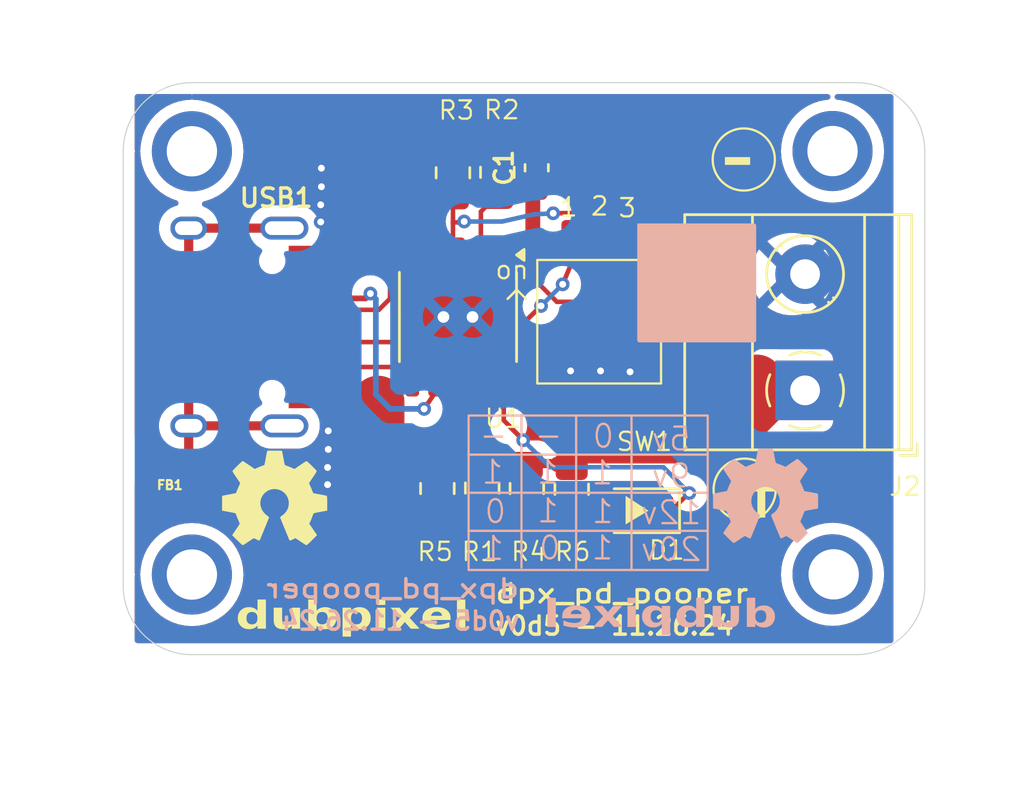
<source format=kicad_pcb>
(kicad_pcb (version 20240108) (generator "pcbnew") (generator_version "8.0")
  (layers (0 "F.Cu" signal) (31 "B.Cu" signal) (34 "B.Paste" user) (35 "F.Paste" user) (36 "B.SilkS" user "B.Silkscreen") (37 "F.SilkS" user "F.Silkscreen") (38 "B.Mask" user) (39 "F.Mask" user) (44 "Edge.Cuts" user))
  (net 0 "")
  (net 1 "GND")
  (net 2 "VDD")
  (net 3 "PG")
  (net 4 "Net-(D1-A)")
  (net 5 "Net-(USB1-SHIELD)")
  (net 6 "CFG1")
  (net 7 "CFG2")
  (net 8 "CFG3")
  (net 9 "VBUS")
  (net 10 "Net-(U1-VBUS)")
  (net 11 "D-")
  (net 12 "D+")
  (net 13 "CC1")
  (net 14 "CC2")
  (footprint "MountingHole:MountingHole_2.2mm_M2_ISO7380_Pad_TopBottom" (layer "F.Cu") (at 71 76.49)
    (property "Reference" "H4")
    (property "Value" "MountingHole_Pad_MP")
    (pad "1" connect circle (at 0 0) (size 3.5 3.5) (layers "F.Cu" "F.Mask"))
    (pad "1" connect circle (at 0 0) (size 3.5 3.5) (layers "B.Cu" "B.Mask"))
    (pad "1" thru_hole circle (at 0.05 0) (size 2.6 2.6) (drill 2.2) (layers "*.Cu" "*.Mask"))
  )
  (footprint "Resistor_SMD:R_0805_2012Metric_Pad1.20x1.40mm_HandSolder" (layer "F.Cu") (at 59.6 72.77 90)
    (property "Reference" "R4" (at -2.73 -1.87 180) (layer "F.SilkS") (effects (font (size 0.8 0.8) (thickness 0.1))))
    (property "Value" "1k")
    (pad "1" smd roundrect (at -1 0 90) (size 1.2 1.4) (layers "F.Cu" "F.Paste" "F.Mask") (roundrect_rratio 0.208333) (net 4 "Net-(D1-A)"))
    (pad "2" smd roundrect (at 1 0 90) (size 1.2 1.4) (layers "F.Cu" "F.Paste" "F.Mask") (roundrect_rratio 0.208333) (net 2 "VDD"))
  )
  (footprint "Resistor_SMD:R_0805_2012Metric_Pad1.20x1.40mm_HandSolder" (layer "F.Cu") (at 56.35 58.92 -90)
    (property "Reference" "R2" (at -2.73 -0.19 0) (layer "F.SilkS") (effects (font (size 0.8 0.8) (thickness 0.1))))
    (property "Value" "10k")
    (pad "1" smd roundrect (at -1 0 270) (size 1.2 1.4) (layers "F.Cu" "F.Paste" "F.Mask") (roundrect_rratio 0.208333) (net 2 "VDD"))
    (pad "2" smd roundrect (at 1 0 270) (size 1.2 1.4) (layers "F.Cu" "F.Paste" "F.Mask") (roundrect_rratio 0.208333) (net 7 "CFG2"))
  )
  (footprint "Resistor_SMD:R_0805_2012Metric_Pad1.20x1.40mm_HandSolder" (layer "F.Cu") (at 54.41 58.94 -90)
    (property "Reference" "R3" (at -2.73 -0.15 0) (layer "F.SilkS") (effects (font (size 0.8 0.8) (thickness 0.1))))
    (property "Value" "10k")
    (pad "1" smd roundrect (at -1 0 270) (size 1.2 1.4) (layers "F.Cu" "F.Paste" "F.Mask") (roundrect_rratio 0.208333) (net 2 "VDD"))
    (pad "2" smd roundrect (at 1 0 270) (size 1.2 1.4) (layers "F.Cu" "F.Paste" "F.Mask") (roundrect_rratio 0.208333) (net 8 "CFG3"))
  )
  (footprint "TerminalBlock_Phoenix:TerminalBlock_Phoenix_MKDS-1,5-2-5.08_1x02_P5.08mm_Horizontal" (layer "F.Cu") (at 69.8 68.45 90)
    (property "Reference" "J2" (at -4.194 4.368 180) (layer "F.SilkS") (effects (font (size 0.8 0.8) (thickness 0.1))))
    (property "Value" "VOUT")
    (pad "1" thru_hole rect (at 0 0 90) (size 2.6 2.6) (drill 1.3) (layers "*.Cu" "*.Mask") (net 9 "VBUS"))
    (pad "2" thru_hole circle (at 5.08 0 90) (size 2.6 2.6) (drill 1.3) (layers "*.Cu" "*.Mask") (net 1 "GND"))
  )
  (footprint "DPX_USB:HRO-TYPE-C-31-M-12-Assembly" (layer "F.Cu") (at 40.26 65.68 -90)
    (property "Reference" "USB1" (at -5.64 -6.42 180) (layer "F.SilkS") (effects (font (size 0.8 0.8))))
    (property "Value" "HRO-TYPE-C-31-M-12")
    (pad "" np_thru_hole circle (at -2.89 -6.25 270) (size 0.65 0.65) (drill 0.65) (layers "*.Cu" "*.Mask"))
    (pad "" np_thru_hole circle (at 2.89 -6.25 270) (size 0.65 0.65) (drill 0.65) (layers "*.Cu" "*.Mask"))
    (pad "1" smd rect (at -3.25 -7.695 270) (size 0.6 1.45) (layers "F.Cu" "F.Paste" "F.Mask") (net 1 "GND"))
    (pad "2" smd rect (at -2.45 -7.695 270) (size 0.6 1.45) (layers "F.Cu" "F.Paste" "F.Mask") (net 9 "VBUS"))
    (pad "3" smd rect (at -1.75 -7.695 270) (size 0.3 1.45) (layers "F.Cu" "F.Paste" "F.Mask"))
    (pad "4" smd rect (at -1.25 -7.695 270) (size 0.3 1.45) (layers "F.Cu" "F.Paste" "F.Mask") (net 13 "CC1"))
    (pad "5" smd rect (at -0.75 -7.695 270) (size 0.3 1.45) (layers "F.Cu" "F.Paste" "F.Mask") (net 11 "D-"))
    (pad "6" smd rect (at -0.25 -7.695 270) (size 0.3 1.45) (layers "F.Cu" "F.Paste" "F.Mask") (net 12 "D+"))
    (pad "7" smd rect (at 0.25 -7.695 270) (size 0.3 1.45) (layers "F.Cu" "F.Paste" "F.Mask") (net 11 "D-"))
    (pad "8" smd rect (at 0.75 -7.695 270) (size 0.3 1.45) (layers "F.Cu" "F.Paste" "F.Mask") (net 12 "D+"))
    (pad "9" smd rect (at 1.25 -7.695 270) (size 0.3 1.45) (layers "F.Cu" "F.Paste" "F.Mask"))
    (pad "10" smd rect (at 1.75 -7.695 270) (size 0.3 1.45) (layers "F.Cu" "F.Paste" "F.Mask") (net 14 "CC2"))
    (pad "11" smd rect (at 2.45 -7.695 270) (size 0.6 1.45) (layers "F.Cu" "F.Paste" "F.Mask") (net 9 "VBUS"))
    (pad "12" smd rect (at 3.25 -7.695 270) (size 0.6 1.45) (layers "F.Cu" "F.Paste" "F.Mask") (net 1 "GND"))
    (pad "13" thru_hole oval (at -4.32 -6.78 270) (size 1 2.1) (drill oval 0.6 1.7) (layers "*.Cu" "*.Mask") (net 5 "Net-(USB1-SHIELD)"))
    (pad "13" thru_hole oval (at -4.32 -2.6 270) (size 1 1.6) (drill oval 0.6 1.2) (layers "*.Cu" "*.Mask") (net 5 "Net-(USB1-SHIELD)"))
    (pad "13" thru_hole oval (at 4.32 -6.78 270) (size 1 2.1) (drill oval 0.6 1.7) (layers "*.Cu" "*.Mask") (net 5 "Net-(USB1-SHIELD)"))
    (pad "13" thru_hole oval (at 4.32 -2.6 270) (size 1 1.6) (drill oval 0.6 1.2) (layers "*.Cu" "*.Mask") (net 5 "Net-(USB1-SHIELD)"))
  )
  (footprint "MountingHole:MountingHole_2.2mm_M2_ISO7380_Pad_TopBottom" (layer "F.Cu") (at 71 57.99)
    (property "Reference" "H3")
    (property "Value" "MountingHole_Pad_MP")
    (pad "1" thru_hole circle (at 0 0) (size 2.6 2.6) (drill 2.2) (layers "*.Cu" "*.Mask"))
    (pad "1" connect circle (at 0 0) (size 3.5 3.5) (layers "F.Cu" "F.Mask"))
    (pad "1" connect circle (at 0 0) (size 3.5 3.5) (layers "B.Cu" "B.Mask"))
  )
  (footprint "MountingHole:MountingHole_2.2mm_M2_ISO7380_Pad_TopBottom" (layer "F.Cu") (at 43 76.5)
    (property "Reference" "H2")
    (property "Value" "MountingHole_Pad_MP")
    (pad "1" thru_hole circle (at 0 0) (size 2.6 2.6) (drill 2.2) (layers "*.Cu" "*.Mask"))
    (pad "1" connect circle (at 0 0) (size 3.5 3.5) (layers "F.Cu" "F.Mask"))
    (pad "1" connect circle (at 0 0) (size 3.5 3.5) (layers "B.Cu" "B.Mask"))
  )
  (footprint "Capacitor_SMD:C_0603_1608Metric_Pad1.08x0.95mm_HandSolder" (layer "F.Cu") (at 58.07 58.7225 90)
    (property "Reference" "C1" (at 0 -1.43 90) (layer "F.SilkS") (effects (font (size 0.8 0.8))))
    (property "Value" "1 uF")
    (pad "1" smd roundrect (at -0.8625 0 90) (size 1.075 0.95) (layers "F.Cu" "F.Paste" "F.Mask") (net 2 "VDD"))
    (pad "2" smd roundrect (at 0.8625 0 90) (size 1.075 0.95) (layers "F.Cu" "F.Paste" "F.Mask") (net 1 "GND"))
  )
  (footprint "Package_SO:SSOP-10-1EP_3.9x4.9mm_P1mm_EP2.1x3.3mm_ThermalVias" (layer "F.Cu") (at 54.63 65.2425 -90)
    (property "Reference" "U1" (at 4.4375 -1.97 180) (layer "F.SilkS") (effects (font (size 0.8 0.8) (thickness 0.1))))
    (property "Value" "~")
    (pad "1" smd roundrect (at -2.6375 -2 270) (size 1.675 0.6) (layers "F.Cu" "F.Paste" "F.Mask") (net 2 "VDD"))
    (pad "2" smd roundrect (at -2.6375 -1 270) (size 1.675 0.6) (layers "F.Cu" "F.Paste" "F.Mask") (net 7 "CFG2"))
    (pad "3" smd roundrect (at -2.6375 0 270) (size 1.675 0.6) (layers "F.Cu" "F.Paste" "F.Mask") (net 8 "CFG3"))
    (pad "4" smd roundrect (at -2.6375 1 270) (size 1.675 0.6) (layers "F.Cu" "F.Paste" "F.Mask") (net 12 "D+"))
    (pad "5" smd roundrect (at -2.6375 2 270) (size 1.675 0.6) (layers "F.Cu" "F.Paste" "F.Mask") (net 11 "D-"))
    (pad "6" smd roundrect (at 2.6375 2 270) (size 1.675 0.6) (layers "F.Cu" "F.Paste" "F.Mask") (net 14 "CC2"))
    (pad "7" smd roundrect (at 2.6375 1 270) (size 1.675 0.6) (layers "F.Cu" "F.Paste" "F.Mask") (net 13 "CC1"))
    (pad "8" smd roundrect (at 2.6375 0 270) (size 1.675 0.6) (layers "F.Cu" "F.Paste" "F.Mask") (net 10 "Net-(U1-VBUS)"))
    (pad "9" smd roundrect (at 2.6375 -1 270) (size 1.675 0.6) (layers "F.Cu" "F.Paste" "F.Mask") (net 6 "CFG1"))
    (pad "10" smd roundrect (at 2.6375 -2 270) (size 1.675 0.6) (layers "F.Cu" "F.Paste" "F.Mask") (net 3 "PG"))
    (pad "11" thru_hole circle (at 0 -0.635 270) (size 0.81 0.81) (drill 0.51) (property pad_prop_heatsink) (layers "*.Cu") (net 1 "GND"))
    (pad "11" smd rect (at 0 0 270) (size 0.81 2.08) (property pad_prop_heatsink) (layers "B.Cu") (net 1 "GND"))
    (pad "11" smd rect (at 0 0 270) (size 2.1 3.3) (property pad_prop_heatsink) (layers "F.Cu" "F.Mask") (net 1 "GND"))
    (pad "11" thru_hole circle (at 0 0.635 270) (size 0.81 0.81) (drill 0.51) (property pad_prop_heatsink) (layers "*.Cu") (net 1 "GND"))
  )
  (footprint "Resistor_SMD:R_0805_2012Metric_Pad1.20x1.40mm_HandSolder" (layer "F.Cu") (at 53.73 72.74 90)
    (property "Reference" "R5" (at -2.76 -0.1 180) (layer "F.SilkS") (effects (font (size 0.8 0.8) (thickness 0.1))))
    (property "Value" "10k")
    (pad "1" smd roundrect (at -1 0 90) (size 1.2 1.4) (layers "F.Cu" "F.Paste" "F.Mask") (roundrect_rratio 0.208333) (net 9 "VBUS"))
    (pad "2" smd roundrect (at 1 0 90) (size 1.2 1.4) (layers "F.Cu" "F.Paste" "F.Mask") (roundrect_rratio 0.208333) (net 10 "Net-(U1-VBUS)"))
  )
  (footprint "Resistor_SMD:R_0805_2012Metric_Pad1.20x1.40mm_HandSolder" (layer "F.Cu") (at 55.69 72.72 90)
    (property "Reference" "R1" (at -2.78 -0.12 0) (layer "F.SilkS") (effects (font (size 0.8 0.8) (thickness 0.1))))
    (property "Value" "10k")
    (pad "1" smd roundrect (at -1 0 90) (size 1.2 1.4) (layers "F.Cu" "F.Paste" "F.Mask") (roundrect_rratio 0.208333) (net 2 "VDD"))
    (pad "2" smd roundrect (at 1 0 90) (size 1.2 1.4) (layers "F.Cu" "F.Paste" "F.Mask") (roundrect_rratio 0.208333) (net 6 "CFG1"))
  )
  (footprint "DPX_LIBRARY:OSHW-LogoNT_7.3x6mm_Silk" (layer "F.Cu") (at 46.614642 73.500085)
    (property "Reference" "SYM1" (hide yes))
    (property "Value" "Logo_Open_Hardware_Small" (hide yes))
  )
  (footprint "Resistor_SMD:R_0805_2012Metric_Pad1.20x1.40mm_HandSolder" (layer "F.Cu") (at 57.64 72.74 -90)
    (property "Reference" "R6" (at 2.76 -2 180) (layer "F.SilkS") (effects (font (size 0.8 0.8) (thickness 0.1))))
    (property "Value" "1k")
    (pad "1" smd roundrect (at -1 0 270) (size 1.2 1.4) (layers "F.Cu" "F.Paste" "F.Mask") (roundrect_rratio 0.208333) (net 9 "VBUS"))
    (pad "2" smd roundrect (at 1 0 270) (size 1.2 1.4) (layers "F.Cu" "F.Paste" "F.Mask") (roundrect_rratio 0.208333) (net 2 "VDD"))
  )
  (footprint "DPX_LED:LED_0805_2012Metric_Pad1.15x1.40mm_HandSolder" (layer "F.Cu") (at 62.455 73.71 180)
    (property "Reference" "D1" (at -1.299 -1.728 0) (layer "F.SilkS") (effects (font (size 0.8 0.8) (thickness 0.1))))
    (property "Value" "VBUS")
    (pad "1" smd roundrect (at -1.025 0 180) (size 1.15 1.4) (layers "F.Cu" "F.Paste" "F.Mask") (roundrect_rratio 0.217391) (net 3 "PG"))
    (pad "2" smd roundrect (at 1.025 0 180) (size 1.15 1.4) (layers "F.Cu" "F.Paste" "F.Mask") (roundrect_rratio 0.217391) (net 4 "Net-(D1-A)"))
  )
  (footprint "DPX_CONTROL:SP-03P" (layer "F.Cu") (at 60.8 65.45)
    (property "Reference" "SW1" (at 1.98 5.24 0) (layer "F.SilkS") (effects (font (size 0.8 0.8) (thickness 0.1))))
    (property "Value" "SW_DIP_x03")
    (fp_text user "on" (at -4.6 -1.8 0) (layer "F.SilkS") (effects (font (size 0.8 0.8) (thickness 0.1)) (justify left bottom)))
    (pad "1" smd roundrect (at -1.27 3.81 90) (size 1.27 0.76) (layers "F.Cu" "F.Paste" "F.Mask") (net 1 "GND"))
    (pad "2" smd roundrect (at 0 3.81 90) (size 1.27 0.76) (layers "F.Cu" "F.Paste" "F.Mask") (net 1 "GND"))
    (pad "3" smd roundrect (at 1.27 3.81 90) (size 1.27 0.76) (layers "F.Cu" "F.Paste" "F.Mask") (net 1 "GND"))
    (pad "4" smd roundrect (at 1.27 -3.81 90) (size 1.27 0.76) (layers "F.Cu" "F.Paste" "F.Mask") (net 8 "CFG3"))
    (pad "5" smd roundrect (at 0 -3.81 90) (size 1.27 0.76) (layers "F.Cu" "F.Paste" "F.Mask") (net 7 "CFG2"))
    (pad "6" smd roundrect (at -1.27 -3.81 90) (size 1.27 0.76) (layers "F.Cu" "F.Paste" "F.Mask") (net 6 "CFG1"))
  )
  (footprint "MountingHole:MountingHole_2.2mm_M2_ISO7380_Pad_TopBottom" (layer "F.Cu") (at 43 58)
    (property "Reference" "H1")
    (property "Value" "MountingHole_Pad_MP")
    (pad "1" thru_hole circle (at 0 0) (size 2.6 2.6) (drill 2.2) (layers "*.Cu" "*.Mask"))
    (pad "1" connect circle (at 0 0) (size 3.5 3.5) (layers "F.Cu" "F.Mask"))
    (pad "1" connect circle (at 0 0) (size 3.5 3.5) (layers "B.Cu" "B.Mask"))
  )
  (footprint "DPX_USB:FERRITE_0603" (layer "F.Cu") (at 41.795 71.52 180)
    (property "Reference" "FB1" (at -0.24 -1.07 0) (layer "F.SilkS") (effects (font (size 0.393701 0.393701) (thickness 0.098425))))
    (property "Value" "220h 110mHz")
    (pad "1" smd rect (at -0.735 0 180) (size 1 0.97) (layers "F.Cu" "F.Paste" "F.Mask") (net 5 "Net-(USB1-SHIELD)"))
    (pad "2" smd rect (at 0.735 0 180) (size 1 0.97) (layers "F.Cu" "F.Paste" "F.Mask") (net 1 "GND"))
  )
  (footprint "DPX_LIBRARY:OSHW-LogoNT_7.3x6mm_Silk" (layer "B.Cu") (at 68.072 73.406 180)
    (property "Reference" "SYM1" (hide yes))
    (property "Value" "Logo_Open_Hardware_Small" (hide yes))
  )
  (gr_line (start 55.084 72.925) (end 65.494 72.925) (stroke (width 0.1)) (layer "B.SilkS"))
  (gr_line (start 62.214 69.56) (end 62.214 76.26) (stroke (width 0.1)) (layer "B.SilkS"))
  (gr_line (start 57.404 69.52) (end 57.404 76.2) (stroke (width 0.1)) (layer "B.SilkS"))
  (gr_rect (start 55.094 69.55) (end 65.544 76.3) (stroke (width 0.1)) (fill none) (layer "B.SilkS"))
  (gr_line (start 59.794 69.55) (end 59.794 76.3) (stroke (width 0.1)) (layer "B.SilkS"))
  (gr_line (start 55.084 71.26) (end 65.514 71.26) (stroke (width 0.1)) (layer "B.SilkS"))
  (gr_line (start 55.084 74.59) (end 65.544 74.59) (stroke (width 0.1)) (layer "B.SilkS"))
  (gr_rect (start 62.564 61.254) (end 67.564 66.254) (stroke (width 0.2)) (fill solid) (layer "B.SilkS"))
  (gr_circle (center 67.16 72.79) (end 68.12 73.75) (stroke (width 0.1)) (fill none) (layer "F.SilkS"))
  (gr_circle (center 67.12 58.36) (end 68.08 59.32) (stroke (width 0.1)) (fill none) (layer "F.SilkS"))
  (gr_line (start 72.03 80) (end 43 80) (stroke (width 0.05)) (layer "Edge.Cuts"))
  (gr_line (start 43 55) (end 72.03 55) (stroke (width 0.05)) (layer "Edge.Cuts"))
  (gr_arc (start 43 80) (mid 40.87868 79.12132) (end 40 77) (stroke (width 0.05)) (layer "Edge.Cuts"))
  (gr_arc (start 75.03 77) (mid 74.15132 79.12132) (end 72.03 80) (stroke (width 0.05)) (layer "Edge.Cuts"))
  (gr_line (start 40 77) (end 40 58) (stroke (width 0.05)) (layer "Edge.Cuts"))
  (gr_line (start 75.03 58) (end 75.03 77) (stroke (width 0.05)) (layer "Edge.Cuts"))
  (gr_arc (start 40 58) (mid 40.87868 55.87868) (end 43 55) (stroke (width 0.05)) (layer "Edge.Cuts"))
  (gr_arc (start 72.03 55) (mid 74.15132 55.87868) (end 75.03 58) (stroke (width 0.05)) (layer "Edge.Cuts"))
  (gr_text "5v\n9v\n12v\n20v" (at 63.944 75.99 0) (layer "B.SilkS") (effects (font (size 1 1) (thickness 0.1)) (justify bottom mirror)))
  (gr_text "dubpixel" (at 68.58 78.994 0) (layer "B.SilkS") (effects (font (size 1.2 1.5) (thickness 0.3) (bold yes)) (justify left bottom mirror)))
  (gr_text "v0d5 - 11.26.24" (at 57.404 78.994 0) (layer "B.SilkS") (effects (font (size 0.8 0.8)) (justify left bottom mirror)))
  (gr_text "-" (at 59.274 70.98 0) (layer "B.SilkS") (effects (font (size 1 1) (thickness 0.1)) (justify left bottom mirror)))
  (gr_text "1" (at 56.714 75.94 0) (layer "B.SilkS") (effects (font (size 1 1) (thickness 0.1)) (justify left bottom mirror)))
  (gr_text "1" (at 61.484 75.92 0) (layer "B.SilkS") (effects (font (size 1 1) (thickness 0.1)) (justify left bottom mirror)))
  (gr_text "1" (at 59.094 72.61 0) (layer "B.SilkS") (effects (font (size 1 1) (thickness 0.1)) (justify left bottom mirror)))
  (gr_text "-" (at 56.865522 70.98 0) (layer "B.SilkS") (effects (font (size 1 1) (thickness 0.1)) (justify left bottom mirror)))
  (gr_text "dpx_pd_pooper" (at 57.404 77.584 0) (layer "B.SilkS") (effects (font (size 0.8 1)) (justify left bottom mirror)))
  (gr_text "0" (at 59.184 75.92 0) (layer "B.SilkS") (effects (font (size 1 1) (thickness 0.1)) (justify left bottom mirror)))
  (gr_text "1" (at 56.684 72.61 0) (layer "B.SilkS") (effects (font (size 1 1) (thickness 0.1)) (justify left bottom mirror)))
  (gr_text "1" (at 61.494 74.33 0) (layer "B.SilkS") (effects (font (size 1 1) (thickness 0.1)) (justify left bottom mirror)))
  (gr_text "0" (at 61.524 71.04 0) (layer "B.SilkS") (effects (font (size 1 1) (thickness 0.1)) (justify left bottom mirror)))
  (gr_text "1" (at 61.484 72.64 0) (layer "B.SilkS") (effects (font (size 1 1) (thickness 0.1)) (justify left bottom mirror)))
  (gr_text "0" (at 56.804 74.33 0) (layer "B.SilkS") (effects (font (size 1 1) (thickness 0.1)) (justify left bottom mirror)))
  (gr_text "1" (at 59.104 74.3 0) (layer "B.SilkS") (effects (font (size 1 1) (thickness 0.1)) (justify left bottom mirror)))
  (gr_text "-" (at 66.09 60.09 0) (layer "F.SilkS") (effects (font (size 3 3) (thickness 0.1)) (justify left bottom)))
  (gr_text "v0d5 - 11.26.24" (at 56.17 79.21 0) (layer "F.SilkS") (effects (font (size 0.8 0.8)) (justify left bottom)))
  (gr_text "dubpixel" (at 44.91 79.07 0) (layer "F.SilkS") (effects (font (size 1.2 1.5) (thickness 0.3) (bold yes)) (justify left bottom)))
  (gr_text "2" (at 60.82 60.4 0) (layer "F.SilkS") (effects (font (size 0.8 0.8) (thickness 0.1))))
  (gr_text "dpx_pd_pooper" (at 56.17 77.8 0) (layer "F.SilkS") (effects (font (size 0.8 1)) (justify left bottom)))
  (gr_text "1" (at 59.47 60.44 0) (layer "F.SilkS") (effects (font (size 0.8 0.8) (thickness 0.1))))
  (gr_text "+" (at 66.13 74.52 0) (layer "F.SilkS") (effects (font (size 3 3) (thickness 0.1)) (justify left bottom)))
  (gr_text "3" (at 62.03 60.48 0) (layer "F.SilkS") (effects (font (size 0.8 0.8) (thickness 0.1))))
  (segment (start 49.25 62.29) (end 49.25 61.2) (width 0.5) (layer "F.Cu") (net 1))
  (segment (start 49.18 68.92) (end 49.18 69.59) (width 0.5) (layer "F.Cu") (net 1))
  (segment (start 49.18 69.59) (end 49.21 69.62) (width 0.5) (layer "F.Cu") (net 1))
  (segment (start 49.25 61.2) (end 49.28 61.17) (width 0.5) (layer "F.Cu") (net 1))
  (segment (start 47.955 62.43) (end 49.11 62.43) (width 0.5) (layer "F.Cu") (net 1))
  (segment (start 60.8 69.26) (end 62.07 69.26) (width 0.5) (layer "F.Cu") (net 1))
  (segment (start 49.11 62.43) (end 49.25 62.29) (width 0.5) (layer "F.Cu") (net 1))
  (segment (start 49.17 68.93) (end 49.18 68.92) (width 0.5) (layer "F.Cu") (net 1))
  (segment (start 47.955 68.93) (end 49.17 68.93) (width 0.5) (layer "F.Cu") (net 1))
  (via (at 48.66 58.74) (size 0.6) (drill 0.3) (layers "F.Cu" "B.Cu") (net 1))
  (via (at 48.96 71.03) (size 0.6) (drill 0.3) (layers "F.Cu" "B.Cu") (net 1))
  (via (at 48.93 72.57) (size 0.6) (drill 0.3) (layers "F.Cu" "B.Cu") (net 1))
  (via (at 60.86 67.6) (size 0.6) (drill 0.3) (layers "F.Cu" "B.Cu") (net 1))
  (via (at 48.63 61.09) (size 0.6) (drill 0.3) (layers "F.Cu" "B.Cu") (net 1))
  (via (at 48.66 59.55) (size 0.6) (drill 0.3) (layers "F.Cu" "B.Cu") (net 1))
  (via (at 62.15 67.64) (size 0.6) (drill 0.3) (layers "F.Cu" "B.Cu") (net 1))
  (via (at 48.96 70.22) (size 0.6) (drill 0.3) (layers "F.Cu" "B.Cu") (net 1))
  (via (at 48.63 60.34) (size 0.6) (drill 0.3) (layers "F.Cu" "B.Cu") (net 1))
  (via (at 48.93 71.82) (size 0.6) (drill 0.3) (layers "F.Cu" "B.Cu") (net 1))
  (via (at 59.55 67.6) (size 0.6) (drill 0.3) (layers "F.Cu" "B.Cu") (net 1))
  (segment (start 57.04 71.68) (end 57.01 71.65) (width 0.65) (layer "F.Cu") (net 2))
  (segment (start 57.375 62.605) (end 57.9 62.08) (width 0.65) (layer "F.Cu") (net 2))
  (segment (start 58.98 71.67) (end 58.97 71.68) (width 0.65) (layer "F.Cu") (net 2))
  (segment (start 57.01 71.65) (end 59.48 71.65) (width 0.4) (layer "F.Cu") (net 2))
  (segment (start 64.37 71.32) (end 60.05 71.32) (width 0.65) (layer "F.Cu") (net 2))
  (segment (start 57.9 62.08) (end 57.9 59.755) (width 0.65) (layer "F.Cu") (net 2))
  (segment (start 64.085 59.585) (end 64.37 59.87) (width 0.65) (layer "F.Cu") (net 2))
  (segment (start 64.37 59.87) (end 64.37 71.32) (width 0.65) (layer "F.Cu") (net 2))
  (segment (start 58.97 71.69) (end 58.97 71.68) (width 0.65) (layer "F.Cu") (net 2))
  (segment (start 56.63 62.605) (end 57.375 62.605) (width 0.65) (layer "F.Cu") (net 2))
  (segment (start 59.48 71.65) (end 59.6 71.77) (width 0.4) (layer "F.Cu") (net 2))
  (segment (start 56.33 57.94) (end 56.35 57.92) (width 0.2) (layer "F.Cu") (net 2))
  (segment (start 58.07 59.585) (end 64.085 59.585) (width 0.65) (layer "F.Cu") (net 2))
  (segment (start 56.35 57.92) (end 58.015 59.585) (width 0.65) (layer "F.Cu") (net 2))
  (segment (start 58.015 59.585) (end 58.07 59.585) (width 0.65) (layer "F.Cu") (net 2))
  (segment (start 55.69 73.72) (end 57.64 71.77) (width 0.6) (layer "F.Cu") (net 2))
  (segment (start 60.05 71.32) (end 59.6 71.77) (width 0.65) (layer "F.Cu") (net 2))
  (segment (start 57.9 59.755) (end 58.07 59.585) (width 0.65) (layer "F.Cu") (net 2))
  (segment (start 54.41 57.94) (end 56.33 57.94) (width 0.2) (layer "F.Cu") (net 2))
  (segment (start 63.95 73.71) (end 64.72 72.94) (width 0.2) (layer "F.Cu") (net 3))
  (segment (start 56.85 70) (end 57.48 70.63) (width 0.2) (layer "F.Cu") (net 3))
  (segment (start 56.85 69.98) (end 56.85 70) (width 0.2) (layer "F.Cu") (net 3))
  (segment (start 57.48 70.63) (end 57.48 70.61) (width 0.2) (layer "F.Cu") (net 3))
  (segment (start 57.48 70.61) (end 56.85 69.98) (width 0.2) (layer "F.Cu") (net 3))
  (segment (start 64.74 72.92) (end 64.7 72.96) (width 0.2) (layer "F.Cu") (net 3))
  (segment (start 56.63 69.76) (end 56.85 69.98) (width 0.2) (layer "F.Cu") (net 3))
  (segment (start 63.48 73.71) (end 63.95 73.71) (width 0.2) (layer "F.Cu") (net 3))
  (segment (start 56.63 67.88) (end 56.63 69.76) (width 0.2) (layer "F.Cu") (net 3))
  (segment (start 64.74 72.94) (end 64.74 72.92) (width 0.2) (layer "F.Cu") (net 3))
  (segment (start 64.72 72.94) (end 64.74 72.94) (width 0.2) (layer "F.Cu") (net 3))
  (via (at 64.74 72.94) (size 0.6) (drill 0.3) (layers "F.Cu" "B.Cu") (net 3))
  (via (at 57.48 70.63) (size 0.6) (drill 0.3) (layers "F.Cu" "B.Cu") (net 3))
  (segment (start 58.66 71.81) (end 63.61 71.81) (width 0.2) (layer "B.Cu") (net 3))
  (segment (start 57.48 70.63) (end 58.66 71.81) (width 0.2) (layer "B.Cu") (net 3))
  (segment (start 63.61 71.81) (end 64.74 72.94) (width 0.2) (layer "B.Cu") (net 3))
  (segment (start 61.37 73.77) (end 61.43 73.71) (width 0.4) (layer "F.Cu") (net 4))
  (segment (start 59.6 73.77) (end 61.37 73.77) (width 0.4) (layer "F.Cu") (net 4))
  (segment (start 42.86 70) (end 42.86 61.36) (width 0.4) (layer "F.Cu") (net 5))
  (segment (start 42.86 61.36) (end 47.04 61.36) (width 0.4) (layer "F.Cu") (net 5))
  (segment (start 47.04 70) (end 42.86 70) (width 0.4) (layer "F.Cu") (net 5))
  (segment (start 42.86 70) (end 42.86 71.19) (width 0.4) (layer "F.Cu") (net 5))
  (segment (start 42.86 71.19) (end 42.53 71.52) (width 0.4) (layer "F.Cu") (net 5))
  (segment (start 47.04 70) (end 47.04 70.145) (width 0.4) (layer "F.Cu") (net 5))
  (segment (start 56.71 66.28) (end 56.71 66.68) (width 0.2) (layer "F.Cu") (net 6))
  (segment (start 58.26 64.76) (end 56.81 66.18) (width 0.2) (layer "F.Cu") (net 6))
  (segment (start 58.26 64.76) (end 56.78 66.21) (width 0.2) (layer "F.Cu") (net 6))
  (segment (start 55.63 66.76) (end 55.63 67.88) (width 0.2) (layer "F.Cu") (net 6))
  (segment (start 55.44 68.0275) (end 55.44 71.25) (width 0.25) (layer "F.Cu") (net 6))
  (segment (start 56.71 66.68) (end 56.7 66.69) (width 0.2) (layer "F.Cu") (net 6))
  (segment (start 55.44 71.25) (end 55.06 71.63) (width 0.25) (layer "F.Cu") (net 6))
  (segment (start 56.7 66.69) (end 55.7 66.69) (width 0.2) (layer "F.Cu") (net 6))
  (segment (start 56.78 66.21) (end 56.71 66.28) (width 0.2) (layer "F.Cu") (net 6))
  (segment (start 59.52 63.06) (end 59.53 61.64) (width 0.2) (layer "F.Cu") (net 6))
  (segment (start 55.7 66.69) (end 55.63 66.76) (width 0.2) (layer "F.Cu") (net 6))
  (segment (start 56.81 66.18) (end 56.83 66.16) (width 0.2) (layer "F.Cu") (net 6))
  (segment (start 59.205 63.815) (end 59.52 63.06) (width 0.2) (layer "F.Cu") (net 6))
  (via (at 58.26 64.76) (size 0.6) (drill 0.3) (layers "F.Cu" "B.Cu") (net 6))
  (via (at 59.205 63.815) (size 0.6) (drill 0.3) (layers "F.Cu" "B.Cu") (net 6))
  (segment (start 59.205 63.815) (end 58.26 64.76) (width 0.2) (layer "B.Cu") (net 6))
  (segment (start 55.63 62.605) (end 55.63 60.64) (width 0.2) (layer "F.Cu") (net 7))
  (segment (start 55.63 63.48) (end 55.92 63.77) (width 0.2) (layer "F.Cu") (net 7))
  (segment (start 60.85 64.05) (end 60.85 61.69) (width 0.2) (layer "F.Cu") (net 7))
  (segment (start 58.14 63.77) (end 58.95 64.58) (width 0.2) (layer "F.Cu") (net 7))
  (segment (start 55.63 60.64) (end 56.35 59.92) (width 0.2) (layer "F.Cu") (net 7))
  (segment (start 60.85 61.69) (end 60.8 61.64) (width 0.2) (layer "F.Cu") (net 7))
  (segment (start 55.92 63.77) (end 58.14 63.77) (width 0.2) (layer "F.Cu") (net 7))
  (segment (start 55.63 62.605) (end 55.63 63.48) (width 0.2) (layer "F.Cu") (net 7))
  (segment (start 58.95 64.58) (end 60.32 64.58) (width 0.2) (layer "F.Cu") (net 7))
  (segment (start 60.32 64.58) (end 60.85 64.05) (width 0.2) (layer "F.Cu") (net 7))
  (segment (start 54.41 59.94) (end 54.41 61.11) (width 0.2) (layer "F.Cu") (net 8))
  (segment (start 54.9 61.08) (end 54.9 61.07) (width 0.2) (layer "F.Cu") (net 8))
  (segment (start 54.9 61.07) (end 54.91 61.07) (width 0.2) (layer "F.Cu") (net 8))
  (segment (start 62.09 61.62) (end 62.07 61.64) (width 0.2) (layer "F.Cu") (net 8))
  (segment (start 54.41 61.11) (end 54.41 62.385) (width 0.2) (layer "F.Cu") (net 8))
  (segment (start 54.91 61.07) (end 54.89 61.09) (width 0.2) (layer "F.Cu") (net 8))
  (segment (start 54.41 61.11) (end 54.87 61.11) (width 0.2) (layer "F.Cu") (net 8))
  (segment (start 54.87 61.11) (end 54.9 61.08) (width 0.2) (layer "F.Cu") (net 8))
  (segment (start 58.79 60.71) (end 62.09 60.67) (width 0.2) (layer "F.Cu") (net 8))
  (segment (start 62.09 60.67) (end 62.09 61.62) (width 0.2) (layer "F.Cu") (net 8))
  (segment (start 54.41 62.385) (end 54.63 62.605) (width 0.2) (layer "F.Cu") (net 8))
  (via (at 58.79 60.71) (size 0.6) (drill 0.3) (layers "F.Cu" "B.Cu") (net 8))
  (via (at 54.9 61.07) (size 0.6) (drill 0.3) (layers "F.Cu" "B.Cu") (net 8))
  (segment (start 58.79 60.71) (end 57.94 60.76) (width 0.2) (layer "B.Cu") (net 8))
  (segment (start 56.56 61.07) (end 54.9 61.07) (width 0.2) (layer "B.Cu") (net 8))
  (segment (start 57.94 60.76) (end 56.56 61.07) (width 0.2) (layer "B.Cu") (net 8))
  (segment (start 47.955 68.13) (end 47.2 68.13) (width 0.4) (layer "F.Cu") (net 9))
  (segment (start 68.21 68.56) (end 67.69 68.04) (width 2.3) (layer "F.Cu") (net 9))
  (segment (start 57.64 73.74) (end 57.64 75.95) (width 0.4) (layer "F.Cu") (net 9))
  (segment (start 50.73 68.96) (end 51.14 68.96) (width 0.4) (layer "F.Cu") (net 9))
  (segment (start 45.99 66.92) (end 45.99 63.79) (width 0.4) (layer "F.Cu") (net 9))
  (segment (start 53.73 73.74) (end 53.73 76.12) (width 0.4) (layer "F.Cu") (net 9))
  (segment (start 47.19 63.23) (end 47.955 63.23) (width 0.4) (layer "F.Cu") (net 9))
  (segment (start 51.14 76.29) (end 51.18 76.25) (width 2.3) (layer "F.Cu") (net 9))
  (segment (start 56.6 75.77) (end 56.12 76.25) (width 0.4) (layer "F.Cu") (net 9))
  (segment (start 66.78 75.07) (end 66.78 69.99) (width 2.3) (layer "F.Cu") (net 9))
  (segment (start 49.9 68.13) (end 47.955 68.13) (width 0.55) (layer "F.Cu") (net 9))
  (segment (start 49.9 68.13) (end 50.73 68.96) (width 0.6) (layer "F.Cu") (net 9))
  (segment (start 66.78 69.99) (end 68.21 68.56) (width 2.3) (layer "F.Cu") (net 9))
  (segment (start 50.96 76.52) (end 50.97 76.53) (width 0.4) (layer "F.Cu") (net 9))
  (segment (start 65.6 76.25) (end 66.78 75.07) (width 2.3) (layer "F.Cu") (net 9))
  (segment (start 56.12 76.25) (end 65.6 76.25) (width 2.3) (layer "F.Cu") (net 9))
  (segment (start 45.99 63.79) (end 46.63 63.79) (width 0.4) (layer "F.Cu") (net 9))
  (segment (start 51.18 76.25) (end 56.12 76.25) (width 2.3) (layer "F.Cu") (net 9))
  (segment (start 67.69 68.04) (end 67.445 68.04) (width 2.3) (layer "F.Cu") (net 9))
  (segment (start 46.63 63.79) (end 47.19 63.23) (width 0.4) (layer "F.Cu") (net 9))
  (segment (start 47.2 68.13) (end 45.99 66.92) (width 0.4) (layer "F.Cu") (net 9))
  (segment (start 56.99 73.63) (end 57.01 73.65) (width 0.65) (layer "F.Cu") (net 9))
  (segment (start 51.14 68.96) (end 51.14 76.29) (width 2.3) (layer "F.Cu") (net 9))
  (segment (start 54.63 67.88) (end 54.63 70.84) (width 0.4) (layer "F.Cu") (net 10))
  (segment (start 53.1 71.65) (end 53.25 71.5) (width 0.25) (layer "F.Cu") (net 10))
  (segment (start 54.63 70.84) (end 53.73 71.74) (width 0.4) (layer "F.Cu") (net 10))
  (segment (start 54.43 67.8175) (end 54.4 67.8475) (width 0.25) (layer "F.Cu") (net 10))
  (segment (start 47.925 64.9) (end 47.955 64.93) (width 0.2) (layer "F.Cu") (net 11))
  (segment (start 46.77 65.9) (end 46.77 64.9) (width 0.2) (layer "F.Cu") (net 11))
  (segment (start 52.67 62.565) (end 52.63 62.605) (width 0.2) (layer "F.Cu") (net 11))
  (segment (start 51.17 64.93) (end 51.66 64.44) (width 0.2) (layer "F.Cu") (net 11))
  (segment (start 46.8 65.93) (end 46.77 65.9) (width 0.2) (layer "F.Cu") (net 11))
  (segment (start 51.66 62.06) (end 52.14 61.58) (width 0.2) (layer "F.Cu") (net 11))
  (segment (start 47.955 65.93) (end 46.8 65.93) (width 0.2) (layer "F.Cu") (net 11))
  (segment (start 52.67 62.11) (end 52.67 62.565) (width 0.2) (layer "F.Cu") (net 11))
  (segment (start 52.14 61.58) (end 52.67 62.11) (width 0.2) (layer "F.Cu") (net 11))
  (segment (start 47.955 64.93) (end 51.17 64.93) (width 0.2) (layer "F.Cu") (net 11))
  (segment (start 46.77 64.9) (end 47.925 64.9) (width 0.2) (layer "F.Cu") (net 11))
  (segment (start 51.66 64.44) (end 51.66 62.06) (width 0.2) (layer "F.Cu") (net 11))
  (segment (start 49.14 65.43) (end 49.26 65.55) (width 0.2) (layer "F.Cu") (net 12))
  (segment (start 49.26 66.34) (end 49.17 66.43) (width 0.2) (layer "F.Cu") (net 12))
  (segment (start 49.26 65.55) (end 49.26 66.34) (width 0.2) (layer "F.Cu") (net 12))
  (segment (start 52.17 63.89) (end 52.17 66.34) (width 0.2) (layer "F.Cu") (net 12))
  (segment (start 52.17 66.34) (end 49.26 66.34) (width 0.2) (layer "F.Cu") (net 12))
  (segment (start 49.17 66.43) (end 47.955 66.43) (width 0.2) (layer "F.Cu") (net 12))
  (segment (start 53.63 63.7325) (end 53.47 63.8925) (width 0.2) (layer "F.Cu") (net 12))
  (segment (start 52.1725 63.8925) (end 52.17 63.89) (width 0.2) (layer "F.Cu") (net 12))
  (segment (start 47.955 65.43) (end 49.14 65.43) (width 0.2) (layer "F.Cu") (net 12))
  (segment (start 53.47 63.8925) (end 52.1725 63.8925) (width 0.2) (layer "F.Cu") (net 12))
  (segment (start 53.63 62.605) (end 53.63 63.7325) (width 0.2) (layer "F.Cu") (net 12))
  (segment (start 53.15 69.26) (end 53.63 68.55) (width 0.2) (layer "F.Cu") (net 13))
  (segment (start 50.59 64.43) (end 47.955 64.43) (width 0.25) (layer "F.Cu") (net 13))
  (segment (start 50.8 64.22) (end 50.59 64.43) (width 0.25) (layer "F.Cu") (net 13))
  (segment (start 53.63 68.55) (end 53.63 67.88) (width 0.2) (layer "F.Cu") (net 13))
  (via (at 53.15 69.26) (size 0.6) (drill 0.3) (layers "F.Cu" "B.Cu") (net 13))
  (via (at 50.8 64.22) (size 0.6) (drill 0.3) (layers "F.Cu" "B.Cu") (net 13))
  (segment (start 51.04 68.63) (end 51.67 69.26) (width 0.25) (layer "B.Cu") (net 13))
  (segment (start 51.67 69.26) (end 53.15 69.26) (width 0.25) (layer "B.Cu") (net 13))
  (segment (start 51.04 64.46) (end 51.04 68.63) (width 0.25) (layer "B.Cu") (net 13))
  (segment (start 50.8 64.22) (end 51.04 64.46) (width 0.25) (layer "B.Cu") (net 13))
  (segment (start 51.0425 67.43) (end 52.18 67.43) (width 0.2) (layer "F.Cu") (net 14))
  (segment (start 47.955 67.43) (end 51.0425 67.43) (width 0.2) (layer "F.Cu") (net 14))
  (segment (start 52.18 67.43) (end 52.63 67.88) (width 0.2) (layer "F.Cu") (net 14))
  (zone (net 1) (net_name "GND") (layers "F&B.Cu") (connect_pads (clearance 0.5)) (min_thickness 0.25) (fill yes (thermal_gap 0.5) (thermal_bridge_width 0.5))
    (polygon (pts (xy 40.24 55.32) (xy 40.24 79.98) (xy 76.69 79.98) (xy 76.43 79.33) (xy 76.43 55.31) (xy 40.24 55.31) (xy 40.23 55.32)))
  )
)
</source>
